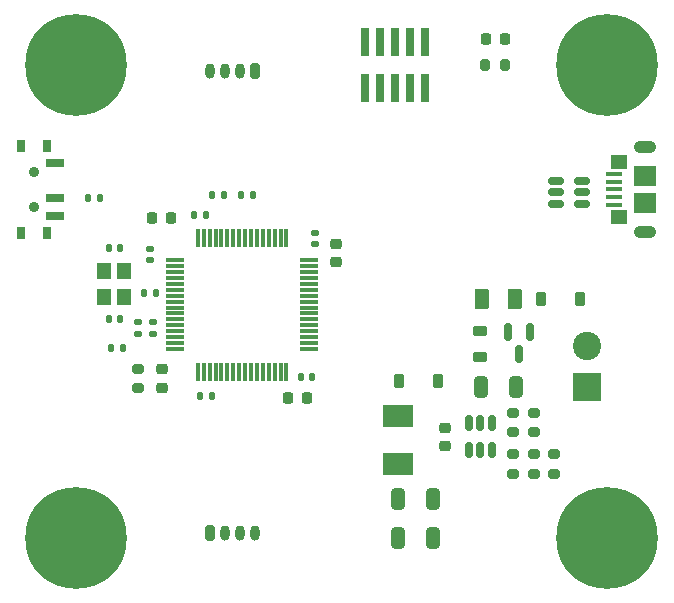
<source format=gbr>
%TF.GenerationSoftware,KiCad,Pcbnew,7.0.5*%
%TF.CreationDate,2023-06-12T20:17:58-07:00*%
%TF.ProjectId,kicad_tutorial,6b696361-645f-4747-9574-6f7269616c2e,rev?*%
%TF.SameCoordinates,Original*%
%TF.FileFunction,Soldermask,Top*%
%TF.FilePolarity,Negative*%
%FSLAX46Y46*%
G04 Gerber Fmt 4.6, Leading zero omitted, Abs format (unit mm)*
G04 Created by KiCad (PCBNEW 7.0.5) date 2023-06-12 20:17:58*
%MOMM*%
%LPD*%
G01*
G04 APERTURE LIST*
G04 Aperture macros list*
%AMRoundRect*
0 Rectangle with rounded corners*
0 $1 Rounding radius*
0 $2 $3 $4 $5 $6 $7 $8 $9 X,Y pos of 4 corners*
0 Add a 4 corners polygon primitive as box body*
4,1,4,$2,$3,$4,$5,$6,$7,$8,$9,$2,$3,0*
0 Add four circle primitives for the rounded corners*
1,1,$1+$1,$2,$3*
1,1,$1+$1,$4,$5*
1,1,$1+$1,$6,$7*
1,1,$1+$1,$8,$9*
0 Add four rect primitives between the rounded corners*
20,1,$1+$1,$2,$3,$4,$5,0*
20,1,$1+$1,$4,$5,$6,$7,0*
20,1,$1+$1,$6,$7,$8,$9,0*
20,1,$1+$1,$8,$9,$2,$3,0*%
G04 Aperture macros list end*
%ADD10RoundRect,0.200000X-0.275000X0.200000X-0.275000X-0.200000X0.275000X-0.200000X0.275000X0.200000X0*%
%ADD11R,2.500000X1.900000*%
%ADD12RoundRect,0.225000X-0.225000X-0.375000X0.225000X-0.375000X0.225000X0.375000X-0.225000X0.375000X0*%
%ADD13RoundRect,0.225000X0.225000X0.250000X-0.225000X0.250000X-0.225000X-0.250000X0.225000X-0.250000X0*%
%ADD14RoundRect,0.140000X-0.140000X-0.170000X0.140000X-0.170000X0.140000X0.170000X-0.140000X0.170000X0*%
%ADD15RoundRect,0.135000X0.135000X0.185000X-0.135000X0.185000X-0.135000X-0.185000X0.135000X-0.185000X0*%
%ADD16RoundRect,0.150000X0.150000X-0.512500X0.150000X0.512500X-0.150000X0.512500X-0.150000X-0.512500X0*%
%ADD17RoundRect,0.250000X-0.325000X-0.650000X0.325000X-0.650000X0.325000X0.650000X-0.325000X0.650000X0*%
%ADD18RoundRect,0.218750X0.256250X-0.218750X0.256250X0.218750X-0.256250X0.218750X-0.256250X-0.218750X0*%
%ADD19RoundRect,0.135000X-0.135000X-0.185000X0.135000X-0.185000X0.135000X0.185000X-0.135000X0.185000X0*%
%ADD20R,1.200000X1.400000*%
%ADD21RoundRect,0.200000X-0.200000X-0.450000X0.200000X-0.450000X0.200000X0.450000X-0.200000X0.450000X0*%
%ADD22O,0.800000X1.300000*%
%ADD23RoundRect,0.200000X0.275000X-0.200000X0.275000X0.200000X-0.275000X0.200000X-0.275000X-0.200000X0*%
%ADD24C,0.900000*%
%ADD25C,8.600000*%
%ADD26RoundRect,0.147500X-0.147500X-0.172500X0.147500X-0.172500X0.147500X0.172500X-0.147500X0.172500X0*%
%ADD27RoundRect,0.140000X0.170000X-0.140000X0.170000X0.140000X-0.170000X0.140000X-0.170000X-0.140000X0*%
%ADD28RoundRect,0.225000X-0.225000X-0.250000X0.225000X-0.250000X0.225000X0.250000X-0.225000X0.250000X0*%
%ADD29RoundRect,0.075000X-0.700000X-0.075000X0.700000X-0.075000X0.700000X0.075000X-0.700000X0.075000X0*%
%ADD30RoundRect,0.075000X-0.075000X-0.700000X0.075000X-0.700000X0.075000X0.700000X-0.075000X0.700000X0*%
%ADD31RoundRect,0.218750X-0.381250X0.218750X-0.381250X-0.218750X0.381250X-0.218750X0.381250X0.218750X0*%
%ADD32R,1.500000X0.700000*%
%ADD33R,0.800000X1.000000*%
%ADD34RoundRect,0.225000X0.250000X-0.225000X0.250000X0.225000X-0.250000X0.225000X-0.250000X-0.225000X0*%
%ADD35RoundRect,0.200000X0.200000X0.450000X-0.200000X0.450000X-0.200000X-0.450000X0.200000X-0.450000X0*%
%ADD36RoundRect,0.140000X0.140000X0.170000X-0.140000X0.170000X-0.140000X-0.170000X0.140000X-0.170000X0*%
%ADD37RoundRect,0.218750X0.218750X0.256250X-0.218750X0.256250X-0.218750X-0.256250X0.218750X-0.256250X0*%
%ADD38RoundRect,0.150000X0.512500X0.150000X-0.512500X0.150000X-0.512500X-0.150000X0.512500X-0.150000X0*%
%ADD39RoundRect,0.250000X0.375000X0.625000X-0.375000X0.625000X-0.375000X-0.625000X0.375000X-0.625000X0*%
%ADD40RoundRect,0.150000X-0.150000X0.587500X-0.150000X-0.587500X0.150000X-0.587500X0.150000X0.587500X0*%
%ADD41R,0.740000X2.400000*%
%ADD42R,2.400000X2.400000*%
%ADD43C,2.400000*%
%ADD44R,1.400000X0.400000*%
%ADD45O,1.900000X1.050000*%
%ADD46R,1.450000X1.150000*%
%ADD47R,1.900000X1.750000*%
%ADD48RoundRect,0.200000X-0.200000X-0.275000X0.200000X-0.275000X0.200000X0.275000X-0.200000X0.275000X0*%
G04 APERTURE END LIST*
D10*
%TO.C,R8*%
X166250000Y-112425000D03*
X166250000Y-114075000D03*
%TD*%
D11*
%TO.C,L2*%
X152987500Y-109150000D03*
X152987500Y-113250000D03*
%TD*%
D12*
%TO.C,D3*%
X165100000Y-99250000D03*
X168400000Y-99250000D03*
%TD*%
D13*
%TO.C,C3*%
X133775000Y-92380000D03*
X132225000Y-92380000D03*
%TD*%
D14*
%TO.C,C8*%
X135770000Y-92130000D03*
X136730000Y-92130000D03*
%TD*%
D15*
%TO.C,R10*%
X138260000Y-90500000D03*
X137240000Y-90500000D03*
%TD*%
D16*
%TO.C,U1*%
X159050000Y-112087500D03*
X160000000Y-112087500D03*
X160950000Y-112087500D03*
X160950000Y-109812500D03*
X160000000Y-109812500D03*
X159050000Y-109812500D03*
%TD*%
D17*
%TO.C,C15*%
X153025000Y-116250000D03*
X155975000Y-116250000D03*
%TD*%
D14*
%TO.C,C6*%
X144770000Y-105880000D03*
X145730000Y-105880000D03*
%TD*%
D18*
%TO.C,D1*%
X132995000Y-106787500D03*
X132995000Y-105212500D03*
%TD*%
D19*
%TO.C,R2*%
X131490000Y-98750000D03*
X132510000Y-98750000D03*
%TD*%
D20*
%TO.C,Y1*%
X128145000Y-96900000D03*
X128145000Y-99100000D03*
X129845000Y-99100000D03*
X129845000Y-96900000D03*
%TD*%
D17*
%TO.C,C16*%
X153050000Y-119500000D03*
X156000000Y-119500000D03*
%TD*%
D21*
%TO.C,J4*%
X137125000Y-119050000D03*
D22*
X138375000Y-119050000D03*
X139625000Y-119050000D03*
X140875000Y-119050000D03*
%TD*%
D23*
%TO.C,R7*%
X164500000Y-114075000D03*
X164500000Y-112425000D03*
%TD*%
D24*
%TO.C,H3*%
X122525000Y-119500000D03*
X123469581Y-117219581D03*
X123469581Y-121780419D03*
X125750000Y-116275000D03*
D25*
X125750000Y-119500000D03*
D24*
X125750000Y-122725000D03*
X128030419Y-117219581D03*
X128030419Y-121780419D03*
X128975000Y-119500000D03*
%TD*%
D26*
%TO.C,L1*%
X128760000Y-103420000D03*
X129730000Y-103420000D03*
%TD*%
D27*
%TO.C,C4*%
X131995000Y-95980000D03*
X131995000Y-95020000D03*
%TD*%
D28*
%TO.C,C2*%
X143725000Y-107630000D03*
X145275000Y-107630000D03*
%TD*%
D29*
%TO.C,U2*%
X134145000Y-96000000D03*
X134145000Y-96500000D03*
X134145000Y-97000000D03*
X134145000Y-97500000D03*
X134145000Y-98000000D03*
X134145000Y-98500000D03*
X134145000Y-99000000D03*
X134145000Y-99500000D03*
X134145000Y-100000000D03*
X134145000Y-100500000D03*
X134145000Y-101000000D03*
X134145000Y-101500000D03*
X134145000Y-102000000D03*
X134145000Y-102500000D03*
X134145000Y-103000000D03*
X134145000Y-103500000D03*
D30*
X136070000Y-105425000D03*
X136570000Y-105425000D03*
X137070000Y-105425000D03*
X137570000Y-105425000D03*
X138070000Y-105425000D03*
X138570000Y-105425000D03*
X139070000Y-105425000D03*
X139570000Y-105425000D03*
X140070000Y-105425000D03*
X140570000Y-105425000D03*
X141070000Y-105425000D03*
X141570000Y-105425000D03*
X142070000Y-105425000D03*
X142570000Y-105425000D03*
X143070000Y-105425000D03*
X143570000Y-105425000D03*
D29*
X145495000Y-103500000D03*
X145495000Y-103000000D03*
X145495000Y-102500000D03*
X145495000Y-102000000D03*
X145495000Y-101500000D03*
X145495000Y-101000000D03*
X145495000Y-100500000D03*
X145495000Y-100000000D03*
X145495000Y-99500000D03*
X145495000Y-99000000D03*
X145495000Y-98500000D03*
X145495000Y-98000000D03*
X145495000Y-97500000D03*
X145495000Y-97000000D03*
X145495000Y-96500000D03*
X145495000Y-96000000D03*
D30*
X143570000Y-94075000D03*
X143070000Y-94075000D03*
X142570000Y-94075000D03*
X142070000Y-94075000D03*
X141570000Y-94075000D03*
X141070000Y-94075000D03*
X140570000Y-94075000D03*
X140070000Y-94075000D03*
X139570000Y-94075000D03*
X139070000Y-94075000D03*
X138570000Y-94075000D03*
X138070000Y-94075000D03*
X137570000Y-94075000D03*
X137070000Y-94075000D03*
X136570000Y-94075000D03*
X136070000Y-94075000D03*
%TD*%
D31*
%TO.C,FB1*%
X160000000Y-102025000D03*
X160000000Y-104150000D03*
%TD*%
D19*
%TO.C,R9*%
X139740000Y-90500000D03*
X140760000Y-90500000D03*
%TD*%
D32*
%TO.C,SW1*%
X123940000Y-92250000D03*
X123940000Y-90750000D03*
X123940000Y-87750000D03*
D33*
X121080000Y-93650000D03*
X123290000Y-93650000D03*
D24*
X122180000Y-91500000D03*
X122180000Y-88500000D03*
D33*
X121080000Y-86350000D03*
X123290000Y-86350000D03*
%TD*%
D27*
%TO.C,C10*%
X132245000Y-102210000D03*
X132245000Y-101250000D03*
%TD*%
D12*
%TO.C,D2*%
X153100000Y-106250000D03*
X156400000Y-106250000D03*
%TD*%
D34*
%TO.C,C14*%
X157000000Y-111725000D03*
X157000000Y-110175000D03*
%TD*%
D14*
%TO.C,C12*%
X128515000Y-95000000D03*
X129475000Y-95000000D03*
%TD*%
D35*
%TO.C,J3*%
X140875000Y-79950000D03*
D22*
X139625000Y-79950000D03*
X138375000Y-79950000D03*
X137125000Y-79950000D03*
%TD*%
D34*
%TO.C,C1*%
X147750000Y-96155000D03*
X147750000Y-94605000D03*
%TD*%
D36*
%TO.C,C11*%
X129475000Y-101000000D03*
X128515000Y-101000000D03*
%TD*%
D37*
%TO.C,D4*%
X162037500Y-77250000D03*
X160462500Y-77250000D03*
%TD*%
D15*
%TO.C,R1*%
X127760000Y-90750000D03*
X126740000Y-90750000D03*
%TD*%
D38*
%TO.C,U3*%
X168637500Y-91200000D03*
X168637500Y-90250000D03*
X168637500Y-89300000D03*
X166362500Y-89300000D03*
X166362500Y-90250000D03*
X166362500Y-91200000D03*
%TD*%
D39*
%TO.C,F1*%
X162900000Y-99250000D03*
X160100000Y-99250000D03*
%TD*%
D24*
%TO.C,H4*%
X122525000Y-79500000D03*
X123469581Y-77219581D03*
X123469581Y-81780419D03*
X125750000Y-76275000D03*
D25*
X125750000Y-79500000D03*
D24*
X125750000Y-82725000D03*
X128030419Y-77219581D03*
X128030419Y-81780419D03*
X128975000Y-79500000D03*
%TD*%
%TO.C,H1*%
X167525000Y-79500000D03*
X168469581Y-77219581D03*
X168469581Y-81780419D03*
X170750000Y-76275000D03*
D25*
X170750000Y-79500000D03*
D24*
X170750000Y-82725000D03*
X173030419Y-77219581D03*
X173030419Y-81780419D03*
X173975000Y-79500000D03*
%TD*%
D40*
%TO.C,Q1*%
X164200000Y-102062500D03*
X162300000Y-102062500D03*
X163250000Y-103937500D03*
%TD*%
D41*
%TO.C,J2*%
X155290000Y-77550000D03*
X155290000Y-81450000D03*
X154020000Y-77550000D03*
X154020000Y-81450000D03*
X152750000Y-77550000D03*
X152750000Y-81450000D03*
X151480000Y-77550000D03*
X151480000Y-81450000D03*
X150210000Y-77550000D03*
X150210000Y-81450000D03*
%TD*%
D10*
%TO.C,R6*%
X162750000Y-112425000D03*
X162750000Y-114075000D03*
%TD*%
D23*
%TO.C,R4*%
X162750000Y-110575000D03*
X162750000Y-108925000D03*
%TD*%
D24*
%TO.C,H2*%
X167525000Y-119500000D03*
X168469581Y-117219581D03*
X168469581Y-121780419D03*
X170750000Y-116275000D03*
D25*
X170750000Y-119500000D03*
D24*
X170750000Y-122725000D03*
X173030419Y-117219581D03*
X173030419Y-121780419D03*
X173975000Y-119500000D03*
%TD*%
D36*
%TO.C,C5*%
X137230000Y-107500000D03*
X136270000Y-107500000D03*
%TD*%
D27*
%TO.C,C7*%
X146000000Y-94610000D03*
X146000000Y-93650000D03*
%TD*%
D42*
%TO.C,J1*%
X169050000Y-106750000D03*
D43*
X169050000Y-103250000D03*
%TD*%
D10*
%TO.C,R5*%
X164500000Y-108925000D03*
X164500000Y-110575000D03*
%TD*%
D27*
%TO.C,C9*%
X130995000Y-102210000D03*
X130995000Y-101250000D03*
%TD*%
D10*
%TO.C,R3*%
X130995000Y-105175000D03*
X130995000Y-106825000D03*
%TD*%
D44*
%TO.C,J5*%
X171300000Y-91300000D03*
X171300000Y-90650000D03*
X171300000Y-90000000D03*
X171300000Y-89350000D03*
X171300000Y-88700000D03*
D45*
X173950000Y-93575000D03*
D46*
X171720000Y-92320000D03*
D47*
X173950000Y-91125000D03*
X173950000Y-88875000D03*
D46*
X171720000Y-87680000D03*
D45*
X173950000Y-86425000D03*
%TD*%
D17*
%TO.C,C13*%
X160025000Y-106750000D03*
X162975000Y-106750000D03*
%TD*%
D48*
%TO.C,R11*%
X160425000Y-79500000D03*
X162075000Y-79500000D03*
%TD*%
M02*

</source>
